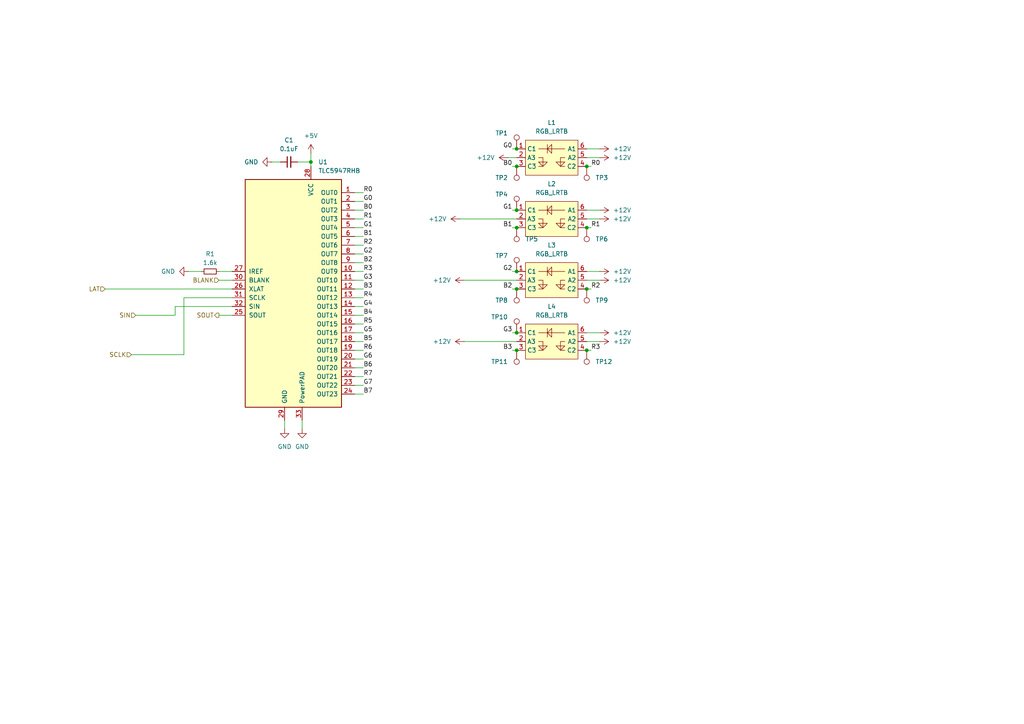
<source format=kicad_sch>
(kicad_sch (version 20250114) (generator "eeschema") (generator_version "9.0")
  (paper "A4")
  (lib_symbols
    (symbol "00_RA_Library:RGB_LRTB"
      (property "Reference" "L1" (at 0 10.16 0))
      (property "Value" "RGB_LRTB" (at 0 7.62 0))
      (symbol "RGB_LRTB_0_1"
        (rectangle (start -7.62 5.08) (end 7.62 -5.08) (fill (type background)))
        (polyline (pts (xy -3.81 2.54) (xy 3.81 2.54)))
        (polyline (pts (xy -3.81 0) (xy -2.54 0) (xy -2.54 -2.54) (xy -3.81 -2.54)))
        (polyline (pts (xy -3.81 -1.27) (xy -1.27 -1.27) (xy -2.54 -2.54) (xy -3.81 -1.27)))
        (polyline (pts (xy -1.27 3.81) (xy -1.27 1.27)))
        (polyline (pts (xy 0 3.81) (xy 0 1.27) (xy -1.27 2.54) (xy 0 3.81)))
        (polyline (pts (xy 1.27 -1.27) (xy 3.81 -1.27) (xy 2.54 -2.54) (xy 1.27 -1.27)))
        (polyline (pts (xy 3.81 0) (xy 2.54 0) (xy 2.54 -2.54) (xy 3.81 -2.54)))
      )
      (symbol "RGB_LRTB_1_1"
        (pin power_out line (at -10.16 2.54 0) (length 2.54) (name "C1") (number "1"))
        (pin power_in line (at -10.16 0 0) (length 2.54) (name "A3") (number "2"))
        (pin power_out line (at -10.16 -2.54 0) (length 2.54) (name "C3") (number "3"))
        (pin power_in line (at 10.16 2.54 180) (length 2.54) (name "A1") (number "6"))
        (pin power_in line (at 10.16 0 180) (length 2.54) (name "A2") (number "5"))
        (pin power_out line (at 10.16 -2.54 180) (length 2.54) (name "C2") (number "4"))
      )
    )
    (symbol "Connector:TestPoint" (pin_numbers (hide yes)) (pin_names (offset 0.762) (hide yes))
      (property "Reference" "TP" (at 0 6.858 0))
      (property "Value" "TestPoint" (at 0 5.08 0))
      (symbol "TestPoint_0_1"
        (circle (center 0 3.302) (radius 0.762))
      )
      (symbol "TestPoint_1_1"
        (pin passive line (at 0 0 90) (length 2.54) (name "1") (number "1"))
      )
    )
    (symbol "Device:C_Small" (pin_numbers (hide yes)) (pin_names (offset 0.254) (hide yes))
      (property "Reference" "C" (at 0.254 1.778 0))
      (property "Value" "C_Small" (at 0.254 -2.032 0))
      (symbol "C_Small_0_1"
        (polyline (pts (xy -1.524 0.508) (xy 1.524 0.508)) (stroke (width 0.3048)))
        (polyline (pts (xy -1.524 -0.508) (xy 1.524 -0.508)) (stroke (width 0.3302)))
      )
      (symbol "C_Small_1_1"
        (pin passive line (at 0 2.54 270) (length 2.032) (name "~") (number "1"))
        (pin passive line (at 0 -2.54 90) (length 2.032) (name "~") (number "2"))
      )
    )
    (symbol "Device:R_Small" (pin_numbers (hide yes)) (pin_names (offset 0.254) (hide yes))
      (property "Reference" "R" (at 0.762 0.508 0))
      (property "Value" "R_Small" (at 0.762 -1.016 0))
      (symbol "R_Small_0_1"
        (rectangle (start -0.762 1.778) (end 0.762 -1.778) (stroke (width 0.2032)))
      )
      (symbol "R_Small_1_1"
        (pin passive line (at 0 2.54 270) (length 0.762) (name "~") (number "1"))
        (pin passive line (at 0 -2.54 90) (length 0.762) (name "~") (number "2"))
      )
    )
    (symbol "Driver_LED:TLC5947RHB" (pin_names (offset 1.016))
      (property "Reference" "U" (at -13.97 38.1 0))
      (property "Value" "TLC5947RHB" (at -13.97 35.56 0))
      (symbol "TLC5947RHB_0_1"
        (rectangle (start -13.97 34.29) (end 13.97 -31.75) (stroke (width 0.254)) (fill (type background)))
        (pin input line (at -17.78 7.62 0) (length 3.81) (name "IREF") (number "27"))
        (pin input line (at -17.78 5.08 0) (length 3.81) (name "BLANK") (number "30"))
        (pin input line (at -17.78 2.54 0) (length 3.81) (name "XLAT") (number "26"))
        (pin input line (at -17.78 0 0) (length 3.81) (name "SCLK") (number "31"))
        (pin input line (at -17.78 -2.54 0) (length 3.81) (name "SIN") (number "32"))
        (pin output line (at -17.78 -5.08 0) (length 3.81) (name "SOUT") (number "25"))
        (pin power_in line (at -2.54 -35.56 90) (length 3.81) (name "GND") (number "29"))
        (pin power_in line (at 2.54 -35.56 90) (length 3.81) (name "PowerPAD") (number "33"))
        (pin power_in line (at 5.08 38.1 270) (length 3.81) (name "VCC") (number "28"))
        (pin output line (at 17.78 30.48 180) (length 3.81) (name "OUT0") (number "1"))
        (pin output line (at 17.78 27.94 180) (length 3.81) (name "OUT1") (number "2"))
        (pin output line (at 17.78 25.4 180) (length 3.81) (name "OUT2") (number "3"))
        (pin output line (at 17.78 22.86 180) (length 3.81) (name "OUT3") (number "4"))
        (pin output line (at 17.78 20.32 180) (length 3.81) (name "OUT4") (number "5"))
        (pin output line (at 17.78 17.78 180) (length 3.81) (name "OUT5") (number "6"))
        (pin output line (at 17.78 15.24 180) (length 3.81) (name "OUT6") (number "7"))
        (pin output line (at 17.78 12.7 180) (length 3.81) (name "OUT7") (number "8"))
        (pin output line (at 17.78 10.16 180) (length 3.81) (name "OUT8") (number "9"))
        (pin output line (at 17.78 7.62 180) (length 3.81) (name "OUT9") (number "10"))
        (pin output line (at 17.78 5.08 180) (length 3.81) (name "OUT10") (number "11"))
        (pin output line (at 17.78 2.54 180) (length 3.81) (name "OUT11") (number "12"))
        (pin output line (at 17.78 0 180) (length 3.81) (name "OUT12") (number "13"))
        (pin output line (at 17.78 -2.54 180) (length 3.81) (name "OUT13") (number "14"))
        (pin output line (at 17.78 -5.08 180) (length 3.81) (name "OUT14") (number "15"))
        (pin output line (at 17.78 -7.62 180) (length 3.81) (name "OUT15") (number "16"))
        (pin output line (at 17.78 -10.16 180) (length 3.81) (name "OUT16") (number "17"))
        (pin output line (at 17.78 -12.7 180) (length 3.81) (name "OUT17") (number "18"))
        (pin output line (at 17.78 -15.24 180) (length 3.81) (name "OUT18") (number "19"))
        (pin output line (at 17.78 -17.78 180) (length 3.81) (name "OUT19") (number "20"))
        (pin output line (at 17.78 -20.32 180) (length 3.81) (name "OUT20") (number "21"))
        (pin output line (at 17.78 -22.86 180) (length 3.81) (name "OUT21") (number "22"))
        (pin output line (at 17.78 -25.4 180) (length 3.81) (name "OUT22") (number "23"))
        (pin output line (at 17.78 -27.94 180) (length 3.81) (name "OUT23") (number "24"))
      )
    )
    (symbol "power:+12V" (power) (pin_numbers (hide yes)) (pin_names (offset 0) (hide yes))
      (property "Value" "+12V" (at 0 3.556 0))
      (symbol "+12V_0_1"
        (polyline (pts (xy -0.762 1.27) (xy 0 2.54)))
        (polyline (pts (xy 0 2.54) (xy 0.762 1.27)))
        (polyline (pts (xy 0 0) (xy 0 2.54)))
      )
      (symbol "+12V_1_1"
        (pin power_in line (at 0 0 90) (length 0) (name "~") (number "1"))
      )
    )
    (symbol "power:+5V" (power) (pin_numbers (hide yes)) (pin_names (offset 0) (hide yes))
      (property "Value" "+5V" (at 0 3.556 0))
      (symbol "+5V_0_1"
        (polyline (pts (xy -0.762 1.27) (xy 0 2.54)))
        (polyline (pts (xy 0 2.54) (xy 0.762 1.27)))
        (polyline (pts (xy 0 0) (xy 0 2.54)))
      )
      (symbol "+5V_1_1"
        (pin power_in line (at 0 0 90) (length 0) (name "~") (number "1"))
      )
    )
    (symbol "power:GND" (power) (pin_numbers (hide yes)) (pin_names (offset 0) (hide yes))
      (property "Value" "GND" (at 0 -3.81 0))
      (symbol "GND_0_1"
        (polyline (pts (xy 0 0) (xy 0 -1.27) (xy 1.27 -1.27) (xy 0 -2.54) (xy -1.27 -1.27) (xy 0 -1.27)))
      )
      (symbol "GND_1_1"
        (pin power_in line (at 0 0 270) (length 0) (name "~") (number "1"))
      )
    )
  )
  (junction (at 149.86 43.18))
  (junction (at 149.86 83.82))
  (junction (at 170.18 66.04))
  (junction (at 149.86 96.52))
  (junction (at 170.18 83.82))
  (junction (at 149.86 101.6))
  (junction (at 170.18 48.26))
  (junction (at 170.18 101.6))
  (junction (at 149.86 78.74))
  (junction (at 149.86 48.26))
  (junction (at 90.17 46.99))
  (junction (at 149.86 60.96))
  (junction (at 149.86 66.04))
  (wire (pts (xy 102.87 76.2) (xy 105.41 76.2)))
  (wire (pts (xy 148.59 101.6) (xy 149.86 101.6)))
  (wire (pts (xy 102.87 58.42) (xy 105.41 58.42)))
  (wire (pts (xy 170.18 83.82) (xy 171.45 83.82)))
  (wire (pts (xy 90.17 46.99) (xy 90.17 48.26)))
  (wire (pts (xy 50.8 91.44) (xy 50.8 88.9)))
  (wire (pts (xy 102.87 91.44) (xy 105.41 91.44)))
  (wire (pts (xy 148.59 96.52) (xy 149.86 96.52)))
  (wire (pts (xy 102.87 78.74) (xy 105.41 78.74)))
  (wire (pts (xy 102.87 55.88) (xy 105.41 55.88)))
  (wire (pts (xy 102.87 111.76) (xy 105.41 111.76)))
  (wire (pts (xy 38.1 102.87) (xy 53.34 102.87)))
  (wire (pts (xy 170.18 99.06) (xy 173.99 99.06)))
  (wire (pts (xy 170.18 66.04) (xy 171.45 66.04)))
  (wire (pts (xy 170.18 81.28) (xy 173.99 81.28)))
  (wire (pts (xy 170.18 63.5) (xy 173.99 63.5)))
  (wire (pts (xy 134.62 81.28) (xy 149.86 81.28)))
  (wire (pts (xy 30.48 83.82) (xy 67.31 83.82)))
  (wire (pts (xy 170.18 43.18) (xy 173.99 43.18)))
  (wire (pts (xy 148.59 66.04) (xy 149.86 66.04)))
  (wire (pts (xy 54.61 78.74) (xy 58.42 78.74)))
  (wire (pts (xy 102.87 106.68) (xy 105.41 106.68)))
  (wire (pts (xy 82.55 121.92) (xy 82.55 124.46)))
  (wire (pts (xy 102.87 73.66) (xy 105.41 73.66)))
  (wire (pts (xy 63.5 78.74) (xy 67.31 78.74)))
  (wire (pts (xy 170.18 48.26) (xy 171.45 48.26)))
  (wire (pts (xy 148.59 60.96) (xy 149.86 60.96)))
  (wire (pts (xy 39.37 91.44) (xy 50.8 91.44)))
  (wire (pts (xy 102.87 93.98) (xy 105.41 93.98)))
  (wire (pts (xy 102.87 60.96) (xy 105.41 60.96)))
  (wire (pts (xy 63.5 91.44) (xy 67.31 91.44)))
  (wire (pts (xy 170.18 60.96) (xy 173.99 60.96)))
  (wire (pts (xy 53.34 102.87) (xy 53.34 86.36)))
  (wire (pts (xy 78.74 46.99) (xy 81.28 46.99)))
  (wire (pts (xy 102.87 66.04) (xy 105.41 66.04)))
  (wire (pts (xy 148.59 43.18) (xy 149.86 43.18)))
  (wire (pts (xy 102.87 101.6) (xy 105.41 101.6)))
  (wire (pts (xy 102.87 99.06) (xy 105.41 99.06)))
  (wire (pts (xy 102.87 96.52) (xy 105.41 96.52)))
  (wire (pts (xy 90.17 44.45) (xy 90.17 46.99)))
  (wire (pts (xy 50.8 88.9) (xy 67.31 88.9)))
  (wire (pts (xy 87.63 121.92) (xy 87.63 124.46)))
  (wire (pts (xy 102.87 109.22) (xy 105.41 109.22)))
  (wire (pts (xy 170.18 78.74) (xy 173.99 78.74)))
  (wire (pts (xy 102.87 68.58) (xy 105.41 68.58)))
  (wire (pts (xy 53.34 86.36) (xy 67.31 86.36)))
  (wire (pts (xy 133.35 63.5) (xy 149.86 63.5)))
  (wire (pts (xy 148.59 78.74) (xy 149.86 78.74)))
  (wire (pts (xy 102.87 83.82) (xy 105.41 83.82)))
  (wire (pts (xy 148.59 48.26) (xy 149.86 48.26)))
  (wire (pts (xy 170.18 96.52) (xy 173.99 96.52)))
  (wire (pts (xy 102.87 114.3) (xy 105.41 114.3)))
  (wire (pts (xy 102.87 63.5) (xy 105.41 63.5)))
  (wire (pts (xy 148.59 83.82) (xy 149.86 83.82)))
  (wire (pts (xy 134.62 99.06) (xy 149.86 99.06)))
  (wire (pts (xy 170.18 101.6) (xy 171.45 101.6)))
  (wire (pts (xy 86.36 46.99) (xy 90.17 46.99)))
  (wire (pts (xy 102.87 81.28) (xy 105.41 81.28)))
  (wire (pts (xy 102.87 88.9) (xy 105.41 88.9)))
  (wire (pts (xy 102.87 104.14) (xy 105.41 104.14)))
  (wire (pts (xy 63.5 81.28) (xy 67.31 81.28)))
  (wire (pts (xy 102.87 71.12) (xy 105.41 71.12)))
  (wire (pts (xy 147.32 45.72) (xy 149.86 45.72)))
  (wire (pts (xy 102.87 86.36) (xy 105.41 86.36)))
  (wire (pts (xy 170.18 45.72) (xy 173.99 45.72)))
  (label "R3" (at 105.41 78.74 0))
  (label "R0" (at 105.41 55.88 0))
  (label "R4" (at 105.41 86.36 0))
  (label "G4" (at 105.41 88.9 0))
  (label "G2" (at 148.59 78.74 180))
  (label "G5" (at 105.41 96.52 0))
  (label "B6" (at 105.41 106.68 0))
  (label "R1" (at 171.45 66.04 0))
  (label "G3" (at 105.41 81.28 0))
  (label "B1" (at 148.59 66.04 180))
  (label "B2" (at 148.59 83.82 180))
  (label "B3" (at 148.59 101.6 180))
  (label "G0" (at 148.59 43.18 180))
  (label "R6" (at 105.41 101.6 0))
  (label "R5" (at 105.41 93.98 0))
  (label "B5" (at 105.41 99.06 0))
  (label "G2" (at 105.41 73.66 0))
  (label "G0" (at 105.41 58.42 0))
  (label "B4" (at 105.41 91.44 0))
  (label "R2" (at 105.41 71.12 0))
  (label "B3" (at 105.41 83.82 0))
  (label "B0" (at 148.59 48.26 180))
  (label "G3" (at 148.59 96.52 180))
  (label "G7" (at 105.41 111.76 0))
  (label "R1" (at 105.41 63.5 0))
  (label "G6" (at 105.41 104.14 0))
  (label "R0" (at 171.45 48.26 0))
  (label "R7" (at 105.41 109.22 0))
  (label "B2" (at 105.41 76.2 0))
  (label "R3" (at 171.45 101.6 0))
  (label "B0" (at 105.41 60.96 0))
  (label "R2" (at 171.45 83.82 0))
  (label "B1" (at 105.41 68.58 0))
  (label "G1" (at 105.41 66.04 0))
  (label "G1" (at 148.59 60.96 180))
  (label "B7" (at 105.41 114.3 0))
  (hierarchical_label "SCLK" (shape input) (at 38.1 102.87 180))
  (hierarchical_label "BLANK" (shape input) (at 63.5 81.28 180))
  (hierarchical_label "SOUT" (shape output) (at 63.5 91.44 180))
  (hierarchical_label "SIN" (shape input) (at 39.37 91.44 180))
  (hierarchical_label "LAT" (shape input) (at 30.48 83.82 180))
  (symbol (lib_id "00_RA_Library:RGB_LRTB") (at 160.02 81.28 0) (unit 1)
    (property "Reference" "L3" (at 160.02 71.12 0))
    (property "Value" "RGB_LRTB" (at 160.02 73.66 0))
    (property "Footprint" "00_RA_Library:LRTB GVSG_OSR" (effects (hide yes)))
    (property "Datasheet" "https://docs.rs-online.com/76d8/0900766b8133c3e9.pdf" (effects (hide yes)))
    (property "Defined" "YES" (effects (hide yes)))
    (property "Order cost" "6.35" (effects (hide yes)))
    (property "RS Code" "835-2895" (effects (hide yes)))
    (property "Unit cost" "0.635" (effects (hide yes)))
    (property "min order" "10" (effects (hide yes)))
    (property "JLCPCB Part #" " C2899971" (effects (hide yes)))
    (property "JLCPCB url" "https://www.lcsc.com/product-detail/LED-Indication-Discrete_OSRAM-Opto-Semicon-LRTBGVSR-U4V4-JW-A6B4-D8-S2U2-7Z-20-L_C2899971.html" (effects (hide yes)))
    (property "PiecePrice" "0.60" (effects (hide yes)))
    (property "Manufacturer_Part_Number" "LRTBGVSR" (effects (hide yes)))
    (property "Mouser Part Number" "720-LRTBGVSR4U4VJW8A " (effects (hide yes)))
    (property "Mouser Price/Stock" "https://www.mouser.it/ProductDetail/ams-OSRAM/LRTBGVSR-4U4V-JW%2b8A8B-D8-3S4U-7Z?qs=rSMjJ%252B1ewcQVuYe7htcCOg%3D%3D" (effects (hide yes)))
  )
  (symbol (lib_id "power:+12V") (at 133.35 63.5 90) (unit 1)
    (property "Reference" "#PWR07" (effects (hide yes)))
    (property "Value" "+12V" (at 129.54 63.4999 90) (effects (justify left)))
    (property "Description" "Power symbol creates a global label with name \"+12V\"" (effects (hide yes)))
  )
  (symbol (lib_id "Device:R_Small") (at 60.96 78.74 270) (unit 1)
    (property "Reference" "R1" (at 60.96 73.66 90))
    (property "Value" "1.6k" (at 60.96 76.2 90))
    (property "Footprint" "Resistor_SMD:R_0603_1608Metric" (effects (hide yes)))
    (property "Description" "Resistor, small symbol" (effects (hide yes)))
    (property "JLCPCB Part #" "C351670" (effects (hide yes)))
    (property "JLCPCB url" "https://www.lcsc.com/product-detail/Chip-Resistor-Surface-Mount_RESI-PTFR0603B1K60P9_C351670.html" (effects (hide yes)))
    (property "Manufacturer_Part_Number" "ERA-3AED162V" (effects (hide yes)))
    (property "Mouser Part Number" "667-ERA-3AED162V" (effects (hide yes)))
    (property "Mouser Price/Stock" "https://www.mouser.it/ProductDetail/Panasonic/ERA-3AED162V?qs=sGAEpiMZZMvdGkrng054t5mej2KPdPuFSRB84ORysIA%3D" (effects (hide yes)))
    (property "PiecePrice" "0.026" (effects (hide yes)))
  )
  (symbol (lib_id "power:+12V") (at 173.99 81.28 270) (unit 1)
    (property "Reference" "#PWR012" (effects (hide yes)))
    (property "Value" "+12V" (at 177.8 81.2799 90) (effects (justify left)))
    (property "Description" "Power symbol creates a global label with name \"+12V\"" (effects (hide yes)))
  )
  (symbol (lib_id "Connector:TestPoint") (at 149.86 48.26 0) (mirror x) (unit 1)
    (property "Reference" "TP2" (at 147.32 51.5619 0) (effects (justify right)))
    (property "Value" "TestPoint" (effects (hide yes)))
    (property "Footprint" "TestPoint:TestPoint_Pad_D2.0mm" (effects (hide yes)))
    (property "Description" "test point" (effects (hide yes)))
  )
  (symbol (lib_id "Connector:TestPoint") (at 149.86 96.52 0) (mirror y) (unit 1)
    (property "Reference" "TP10" (at 147.32 91.9479 0) (effects (justify left)))
    (property "Value" "TestPoint" (effects (hide yes)))
    (property "Footprint" "TestPoint:TestPoint_Pad_D2.0mm" (effects (hide yes)))
    (property "Description" "test point" (effects (hide yes)))
  )
  (symbol (lib_id "power:+12V") (at 173.99 96.52 270) (unit 1)
    (property "Reference" "#PWR013" (effects (hide yes)))
    (property "Value" "+12V" (at 177.8 96.5199 90) (effects (justify left)))
    (property "Description" "Power symbol creates a global label with name \"+12V\"" (effects (hide yes)))
  )
  (symbol (lib_id "power:GND") (at 87.63 124.46 0) (unit 1)
    (property "Reference" "#PWR017" (effects (hide yes)))
    (property "Value" "GND" (at 87.63 129.54 0))
    (property "Description" "Power symbol creates a global label with name \"GND\" , ground" (effects (hide yes)))
  )
  (symbol (lib_id "power:GND") (at 82.55 124.46 0) (unit 1)
    (property "Reference" "#PWR016" (effects (hide yes)))
    (property "Value" "GND" (at 82.55 129.54 0))
    (property "Description" "Power symbol creates a global label with name \"GND\" , ground" (effects (hide yes)))
  )
  (symbol (lib_id "Device:C_Small") (at 83.82 46.99 90) (unit 1)
    (property "Reference" "C1" (at 83.8263 40.64 90))
    (property "Value" "0.1uF" (at 83.8263 43.18 90))
    (property "Footprint" "Capacitor_SMD:C_0805_2012Metric" (effects (hide yes)))
    (property "Description" "Unpolarized capacitor, small symbol" (effects (hide yes)))
    (property "JLCPCB Part #" "C476766" (effects (hide yes)))
    (property "JLCPCB url" "https://www.lcsc.com/product-detail/Multilayer-Ceramic-Capacitors-MLCC-SMD-SMT_TORCH-C0805B104K500NT_C476766.html" (effects (hide yes)))
    (property "Manufacturer_Part_Number" "C0805C104K5RACTU" (effects (hide yes)))
    (property "Mouser Part Number" "80-C0805C104K5R " (effects (hide yes)))
    (property "Mouser Price/Stock" "https://www.mouser.it/ProductDetail/KEMET/C0805C104K5RACTU?qs=Pc30aiB8zWUISNb2Qeyxfw%3D%3D" (effects (hide yes)))
    (property "PiecePrice" "0.009" (effects (hide yes)))
  )
  (symbol (lib_id "power:GND") (at 54.61 78.74 270) (unit 1)
    (property "Reference" "#PWR09" (effects (hide yes)))
    (property "Value" "GND" (at 50.8 78.7399 90) (effects (justify right)))
    (property "Description" "Power symbol creates a global label with name \"GND\" , ground" (effects (hide yes)))
  )
  (symbol (lib_id "00_RA_Library:RGB_LRTB") (at 160.02 99.06 0) (unit 1)
    (property "Reference" "L4" (at 160.02 88.9 0))
    (property "Value" "RGB_LRTB" (at 160.02 91.44 0))
    (property "Footprint" "00_RA_Library:LRTB GVSG_OSR" (effects (hide yes)))
    (property "Datasheet" "https://docs.rs-online.com/76d8/0900766b8133c3e9.pdf" (effects (hide yes)))
    (property "Defined" "YES" (effects (hide yes)))
    (property "Order cost" "6.35" (effects (hide yes)))
    (property "RS Code" "835-2895" (effects (hide yes)))
    (property "Unit cost" "0.635" (effects (hide yes)))
    (property "min order" "10" (effects (hide yes)))
    (property "JLCPCB Part #" " C2899971" (effects (hide yes)))
    (property "JLCPCB url" "https://www.lcsc.com/product-detail/LED-Indication-Discrete_OSRAM-Opto-Semicon-LRTBGVSR-U4V4-JW-A6B4-D8-S2U2-7Z-20-L_C2899971.html" (effects (hide yes)))
    (property "PiecePrice" "0.60" (effects (hide yes)))
    (property "Manufacturer_Part_Number" "LRTBGVSR" (effects (hide yes)))
    (property "Mouser Part Number" "720-LRTBGVSR4U4VJW8A " (effects (hide yes)))
    (property "Mouser Price/Stock" "https://www.mouser.it/ProductDetail/ams-OSRAM/LRTBGVSR-4U4V-JW%2b8A8B-D8-3S4U-7Z?qs=rSMjJ%252B1ewcQVuYe7htcCOg%3D%3D" (effects (hide yes)))
  )
  (symbol (lib_id "power:+12V") (at 134.62 99.06 90) (unit 1)
    (property "Reference" "#PWR014" (effects (hide yes)))
    (property "Value" "+12V" (at 130.81 99.0599 90) (effects (justify left)))
    (property "Description" "Power symbol creates a global label with name \"+12V\"" (effects (hide yes)))
  )
  (symbol (lib_id "power:+12V") (at 134.62 81.28 90) (unit 1)
    (property "Reference" "#PWR011" (effects (hide yes)))
    (property "Value" "+12V" (at 130.81 81.2799 90) (effects (justify left)))
    (property "Description" "Power symbol creates a global label with name \"+12V\"" (effects (hide yes)))
  )
  (symbol (lib_id "Driver_LED:TLC5947RHB") (at 85.09 86.36 0) (unit 1)
    (property "Reference" "U1" (at 92.3133 46.99 0) (effects (justify left)))
    (property "Value" "TLC5947RHB" (at 92.3133 49.53 0) (effects (justify left)))
    (property "Footprint" "Package_DFN_QFN:QFN-32-1EP_5x5mm_P0.5mm_EP3.3x3.3mm_ThermalVias" (effects (hide yes)))
    (property "Datasheet" "https://www.mouser.it/ProductDetail/Texas-Instruments/TLC5947RHBT?qs=XGzIaZb%2FFYK25rFqwen4Og%3D%3D" (effects (hide yes)))
    (property "Description" "24-Channel, 12-Bit PWM LED Driver, QFN" (effects (hide yes)))
    (property "JLCPCB Part #" "C181402" (effects (hide yes)))
    (property "JLCPCB url" "https://www.lcsc.com/product-detail/LED-Drivers_Texas-Instruments-TLC5947RHBT_C181402.html?s_z=n_%20TLC5947" (effects (hide yes)))
    (property "Manufacturer_Part_Number" "TLC5947RHBR" (effects (hide yes)))
    (property "Mouser Part Number" "595-TLC5947RHBR" (effects (hide yes)))
    (property "Mouser Price/Stock" "https://www.mouser.it/ProductDetail/Texas-Instruments/TLC5947RHBR?qs=XGzIaZb%2FFYKg0KxHbVWJ0A%3D%3D" (effects (hide yes)))
    (property "PiecePrice" "1.86" (effects (hide yes)))
  )
  (symbol (lib_id "Connector:TestPoint") (at 149.86 60.96 0) (mirror y) (unit 1)
    (property "Reference" "TP4" (at 147.32 56.3879 0) (effects (justify left)))
    (property "Value" "TestPoint" (effects (hide yes)))
    (property "Footprint" "TestPoint:TestPoint_Pad_D2.0mm" (effects (hide yes)))
    (property "Description" "test point" (effects (hide yes)))
  )
  (symbol (lib_id "power:+12V") (at 173.99 99.06 270) (unit 1)
    (property "Reference" "#PWR015" (effects (hide yes)))
    (property "Value" "+12V" (at 177.8 99.0599 90) (effects (justify left)))
    (property "Description" "Power symbol creates a global label with name \"+12V\"" (effects (hide yes)))
  )
  (symbol (lib_id "Connector:TestPoint") (at 149.86 66.04 180) (unit 1)
    (property "Reference" "TP5" (at 152.4 69.3419 0) (effects (justify right)))
    (property "Value" "TestPoint" (effects (hide yes)))
    (property "Footprint" "TestPoint:TestPoint_Pad_D2.0mm" (effects (hide yes)))
    (property "Description" "test point" (effects (hide yes)))
  )
  (symbol (lib_id "power:GND") (at 78.74 46.99 270) (unit 1)
    (property "Reference" "#PWR05" (effects (hide yes)))
    (property "Value" "GND" (at 74.93 46.9899 90) (effects (justify right)))
    (property "Description" "Power symbol creates a global label with name \"GND\" , ground" (effects (hide yes)))
  )
  (symbol (lib_id "power:+5V") (at 90.17 44.45 0) (unit 1)
    (property "Reference" "#PWR02" (effects (hide yes)))
    (property "Value" "+5V" (at 90.17 39.37 0))
    (property "Description" "Power symbol creates a global label with name \"+5V\"" (effects (hide yes)))
  )
  (symbol (lib_id "Connector:TestPoint") (at 149.86 101.6 0) (mirror x) (unit 1)
    (property "Reference" "TP11" (at 147.32 104.9019 0) (effects (justify right)))
    (property "Value" "TestPoint" (effects (hide yes)))
    (property "Footprint" "TestPoint:TestPoint_Pad_D2.0mm" (effects (hide yes)))
    (property "Description" "test point" (effects (hide yes)))
  )
  (symbol (lib_id "Connector:TestPoint") (at 170.18 83.82 180) (unit 1)
    (property "Reference" "TP9" (at 172.72 87.1219 0) (effects (justify right)))
    (property "Value" "TestPoint" (effects (hide yes)))
    (property "Footprint" "TestPoint:TestPoint_Pad_D2.0mm" (effects (hide yes)))
    (property "Description" "test point" (effects (hide yes)))
  )
  (symbol (lib_id "Connector:TestPoint") (at 149.86 83.82 0) (mirror x) (unit 1)
    (property "Reference" "TP8" (at 147.32 87.1219 0) (effects (justify right)))
    (property "Value" "TestPoint" (effects (hide yes)))
    (property "Footprint" "TestPoint:TestPoint_Pad_D2.0mm" (effects (hide yes)))
    (property "Description" "test point" (effects (hide yes)))
  )
  (symbol (lib_id "Connector:TestPoint") (at 170.18 48.26 180) (unit 1)
    (property "Reference" "TP3" (at 172.72 51.5619 0) (effects (justify right)))
    (property "Value" "TestPoint" (effects (hide yes)))
    (property "Footprint" "TestPoint:TestPoint_Pad_D2.0mm" (effects (hide yes)))
    (property "Description" "test point" (effects (hide yes)))
  )
  (symbol (lib_id "power:+12V") (at 147.32 45.72 90) (unit 1)
    (property "Reference" "#PWR03" (effects (hide yes)))
    (property "Value" "+12V" (at 143.51 45.7199 90) (effects (justify left)))
    (property "Description" "Power symbol creates a global label with name \"+12V\"" (effects (hide yes)))
  )
  (symbol (lib_id "Connector:TestPoint") (at 170.18 66.04 180) (unit 1)
    (property "Reference" "TP6" (at 172.72 69.3419 0) (effects (justify right)))
    (property "Value" "TestPoint" (effects (hide yes)))
    (property "Footprint" "TestPoint:TestPoint_Pad_D2.0mm" (effects (hide yes)))
    (property "Description" "test point" (effects (hide yes)))
  )
  (symbol (lib_id "Connector:TestPoint") (at 149.86 43.18 0) (mirror y) (unit 1)
    (property "Reference" "TP1" (at 147.32 38.6079 0) (effects (justify left)))
    (property "Value" "TestPoint" (effects (hide yes)))
    (property "Footprint" "TestPoint:TestPoint_Pad_D2.0mm" (effects (hide yes)))
    (property "Description" "test point" (effects (hide yes)))
  )
  (symbol (lib_id "Connector:TestPoint") (at 149.86 78.74 0) (mirror y) (unit 1)
    (property "Reference" "TP7" (at 147.32 74.1679 0) (effects (justify left)))
    (property "Value" "TestPoint" (effects (hide yes)))
    (property "Footprint" "TestPoint:TestPoint_Pad_D2.0mm" (effects (hide yes)))
    (property "Description" "test point" (effects (hide yes)))
  )
  (symbol (lib_id "power:+12V") (at 173.99 78.74 270) (unit 1)
    (property "Reference" "#PWR010" (effects (hide yes)))
    (property "Value" "+12V" (at 177.8 78.7399 90) (effects (justify left)))
    (property "Description" "Power symbol creates a global label with name \"+12V\"" (effects (hide yes)))
  )
  (symbol (lib_id "power:+12V") (at 173.99 45.72 270) (unit 1)
    (property "Reference" "#PWR04" (effects (hide yes)))
    (property "Value" "+12V" (at 177.8 45.7199 90) (effects (justify left)))
    (property "Description" "Power symbol creates a global label with name \"+12V\"" (effects (hide yes)))
  )
  (symbol (lib_id "00_RA_Library:RGB_LRTB") (at 160.02 63.5 0) (unit 1)
    (property "Reference" "L2" (at 160.02 53.34 0))
    (property "Value" "RGB_LRTB" (at 160.02 55.88 0))
    (property "Footprint" "00_RA_Library:LRTB GVSG_OSR" (effects (hide yes)))
    (property "Datasheet" "https://docs.rs-online.com/76d8/0900766b8133c3e9.pdf" (effects (hide yes)))
    (property "Defined" "YES" (effects (hide yes)))
    (property "Order cost" "6.35" (effects (hide yes)))
    (property "RS Code" "835-2895" (effects (hide yes)))
    (property "Unit cost" "0.635" (effects (hide yes)))
    (property "min order" "10" (effects (hide yes)))
    (property "JLCPCB Part #" " C2899971" (effects (hide yes)))
    (property "JLCPCB url" "https://www.lcsc.com/product-detail/LED-Indication-Discrete_OSRAM-Opto-Semicon-LRTBGVSR-U4V4-JW-A6B4-D8-S2U2-7Z-20-L_C2899971.html" (effects (hide yes)))
    (property "PiecePrice" "0.60" (effects (hide yes)))
    (property "Manufacturer_Part_Number" "LRTBGVSR" (effects (hide yes)))
    (property "Mouser Part Number" "720-LRTBGVSR4U4VJW8A " (effects (hide yes)))
    (property "Mouser Price/Stock" "https://www.mouser.it/ProductDetail/ams-OSRAM/LRTBGVSR-4U4V-JW%2b8A8B-D8-3S4U-7Z?qs=rSMjJ%252B1ewcQVuYe7htcCOg%3D%3D" (effects (hide yes)))
  )
  (symbol (lib_id "power:+12V") (at 173.99 63.5 270) (unit 1)
    (property "Reference" "#PWR08" (effects (hide yes)))
    (property "Value" "+12V" (at 177.8 63.4999 90) (effects (justify left)))
    (property "Description" "Power symbol creates a global label with name \"+12V\"" (effects (hide yes)))
  )
  (symbol (lib_id "00_RA_Library:RGB_LRTB") (at 160.02 45.72 0) (unit 1)
    (property "Reference" "L1" (at 160.02 35.56 0))
    (property "Value" "RGB_LRTB" (at 160.02 38.1 0))
    (property "Footprint" "00_RA_Library:LRTB GVSG_OSR" (effects (hide yes)))
    (property "Datasheet" "https://docs.rs-online.com/76d8/0900766b8133c3e9.pdf" (effects (hide yes)))
    (property "Defined" "YES" (effects (hide yes)))
    (property "Order cost" "6.35" (effects (hide yes)))
    (property "RS Code" "835-2895" (effects (hide yes)))
    (property "Unit cost" "0.635" (effects (hide yes)))
    (property "min order" "10" (effects (hide yes)))
    (property "JLCPCB Part #" " C2899971" (effects (hide yes)))
    (property "JLCPCB url" "https://www.lcsc.com/product-detail/LED-Indication-Discrete_OSRAM-Opto-Semicon-LRTBGVSR-U4V4-JW-A6B4-D8-S2U2-7Z-20-L_C2899971.html" (effects (hide yes)))
    (property "PiecePrice" "0.60" (effects (hide yes)))
    (property "Manufacturer_Part_Number" "LRTBGVSR" (effects (hide yes)))
    (property "Mouser Part Number" "720-LRTBGVSR4U4VJW8A " (effects (hide yes)))
    (property "Mouser Price/Stock" "https://www.mouser.it/ProductDetail/ams-OSRAM/LRTBGVSR-4U4V-JW%2b8A8B-D8-3S4U-7Z?qs=rSMjJ%252B1ewcQVuYe7htcCOg%3D%3D" (effects (hide yes)))
  )
  (symbol (lib_id "power:+12V") (at 173.99 60.96 270) (unit 1)
    (property "Reference" "#PWR06" (effects (hide yes)))
    (property "Value" "+12V" (at 177.8 60.9599 90) (effects (justify left)))
    (property "Description" "Power symbol creates a global label with name \"+12V\"" (effects (hide yes)))
  )
  (symbol (lib_id "Connector:TestPoint") (at 170.18 101.6 180) (unit 1)
    (property "Reference" "TP12" (at 172.72 104.9019 0) (effects (justify right)))
    (property "Value" "TestPoint" (effects (hide yes)))
    (property "Footprint" "TestPoint:TestPoint_Pad_D2.0mm" (effects (hide yes)))
    (property "Description" "test point" (effects (hide yes)))
  )
  (symbol (lib_id "power:+12V") (at 173.99 43.18 270) (unit 1)
    (property "Reference" "#PWR01" (effects (hide yes)))
    (property "Value" "+12V" (at 177.8 43.1799 90) (effects (justify left)))
    (property "Description" "Power symbol creates a global label with name \"+12V\"" (effects (hide yes)))
  )
)
</source>
